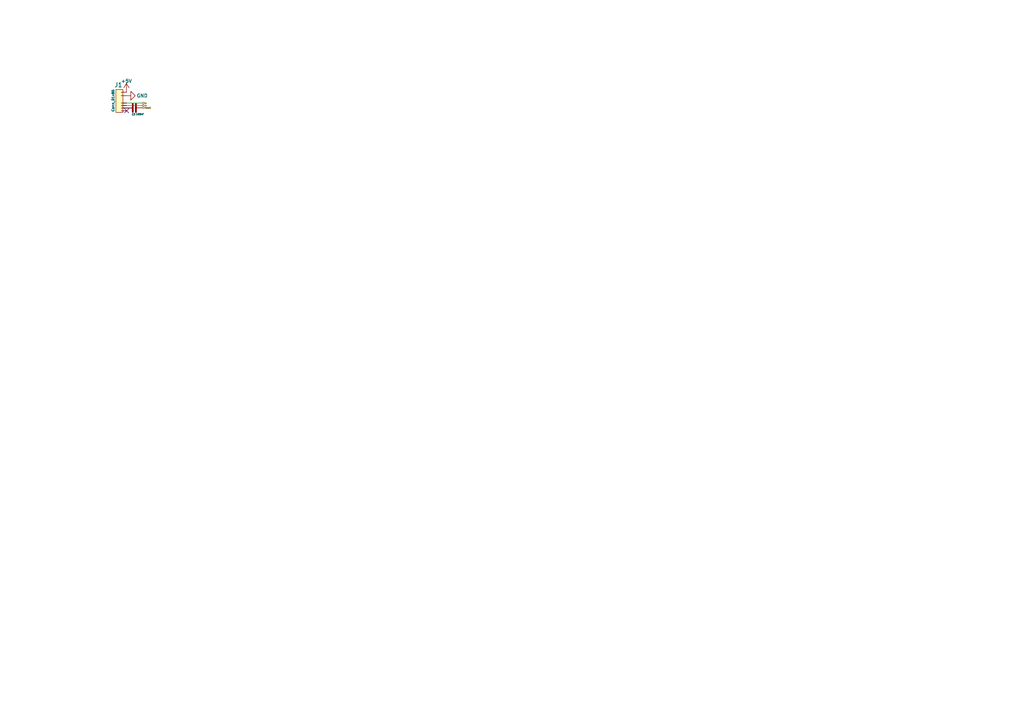
<source format=kicad_sch>
(kicad_sch (version 20211123) (generator eeschema)
  (paper "A4")
  (lib_symbols
    (symbol "Mylib:Connector"
      (property "Reference" "J1" (at 1.8796 5.2832 0))
      (property "Value" "Connector" (at -4.0132 5.2832 0))
      (symbol "Connector_0_1"
        (rectangle (start -1.016 3.556) (end 1.016 -3.048) (fill (type background)))
        (rectangle (start 0.4826 1.8542) (end 0.9906 1.7272) (stroke (width 0.001)))
        (rectangle (start 0.508 -1.7272) (end 1.016 -1.8542) (stroke (width 0.001)))
        (rectangle (start 0.508 -1.016) (end 1.016 -1.143) (stroke (width 0.001)))
        (rectangle (start 0.508 -0.3048) (end 1.016 -0.4318) (stroke (width 0.001)))
        (rectangle (start 0.508 2.8448) (end 1.016 2.7178) (stroke (width 0.001)))
        (rectangle (start 0.5588 -2.54) (end 1.0668 -2.667) (stroke (width 0.001)))
      )
      (symbol "Connector_1_1"
        (pin passive line (at 2.032 -1.778 180) (length 1) (name "") (number ""))
        (pin passive line (at 2.032 -1.0668 180) (length 1) (name "") (number ""))
        (pin passive line (at 2.032 -0.3556 180) (length 1) (name "") (number ""))
        (pin passive line (at 2.032 1.778 180) (length 1) (name "") (number ""))
        (pin passive line (at 2.032 2.794 180) (length 1) (name "") (number ""))
        (pin passive line (at 2.0828 -2.5908 180) (length 1) (name "") (number ""))
      )
    )
    (symbol "Mylib:ca"
      (property "Reference" "C" (at 1.8796 4.9784 0))
      (property "Value" "ca" (at -1.27 5.08 0))
      (symbol "ca_0_1"
        (rectangle (start -1.27 0) (end -1.27 0))
        (rectangle (start -1.27 2.54) (end -1.27 2.54))
        (polyline (pts (xy -1.27 -2.54) (xy -1.27 -2.54)))
        (polyline (pts (xy -0.4572 1.1176) (xy -0.4572 -1.1684)) (stroke (width 0.5)) (fill (type background)))
        (polyline (pts (xy 0.4572 1.1176) (xy 0.4572 -1.2192)) (stroke (width 0.5)) (fill (type background)))
      )
      (symbol "ca_1_1"
        (pin passive line (at -2.286 -0.0508 0) (length 2) (name "") (number ""))
        (pin passive line (at 2.286 0 180) (length 2) (name "") (number ""))
      )
    )
    (symbol "power:+5V" (power) (pin_names (offset 0))
      (property "Value" "+5V" (at 0 3.556 0))
      (symbol "+5V_0_1"
        (polyline (pts (xy -0.762 1.27) (xy 0 2.54)))
        (polyline (pts (xy 0 0) (xy 0 2.54)))
        (polyline (pts (xy 0 2.54) (xy 0.762 1.27)))
      )
      (symbol "+5V_1_1"
        (pin power_in line (at 0 0 90) (length 0) hide (name "+5V") (number "1"))
      )
    )
    (symbol "power:GND" (power) (pin_names (offset 0))
      (property "Value" "GND" (at 0 -3.81 0))
      (symbol "GND_0_1"
        (polyline (pts (xy 0 0) (xy 0 -1.27) (xy 1.27 -1.27) (xy 0 -2.54) (xy -1.27 -1.27) (xy 0 -1.27)))
      )
      (symbol "GND_1_1"
        (pin power_in line (at 0 0 270) (length 0) hide (name "GND") (number "1"))
      )
    )
  )
  (no_connect (at 36.7284 32.131))
  (wire (pts (xy 36.6776 29.8958) (xy 41.1988 29.8958)))
  (wire (pts (xy 36.6776 30.607) (xy 41.1988 30.607)))
  (hierarchical_label "tx" (shape input) (at 41.1988 29.8958 0) (effects (font (size 0.5 0.5))))
  (hierarchical_label "rx" (shape input) (at 41.1988 30.607 0) (effects (font (size 0.5 0.5))))
  (hierarchical_label "reset" (shape input) (at 41.2496 31.2674 0) (effects (font (size 0.5 0.5))))
  (symbol (lib_id "Mylib:ca") (at 38.9636 31.2674 0) (unit 1)
    (property "Reference" "C3" (at 38.735 33.1724 0) (effects (font (size 0.5 0.5))))
    (property "Value" "100nF" (at 40.5892 33.1216 0) (effects (font (size 0.5 0.5))))
  )
  (symbol (lib_id "Mylib:Connector") (at 34.6456 29.5402 0) (unit 1)
    (property "Reference" "J1" (at 34.3408 24.638 0))
    (property "Value" "Conn_01x86" (at 32.7914 29.1592 90) (effects (font (size 0.7 0.7))))
  )
  (symbol (lib_id "power:+5V") (at 36.6776 26.7462 0) (unit 1)
    (property "Reference" "#PWR0116" (effects hide))
    (property "Value" "+5V" (at 36.6776 23.5204 0) (effects (font (size 1 1))))
  )
  (symbol (lib_id "power:GND") (at 36.6776 27.7622 90) (unit 1)
    (property "Reference" "#PWR0117" (effects hide))
    (property "Value" "GND" (at 39.624 27.7622 90) (effects (font (size 1 1)) (justify right)))
  )
)
</source>
